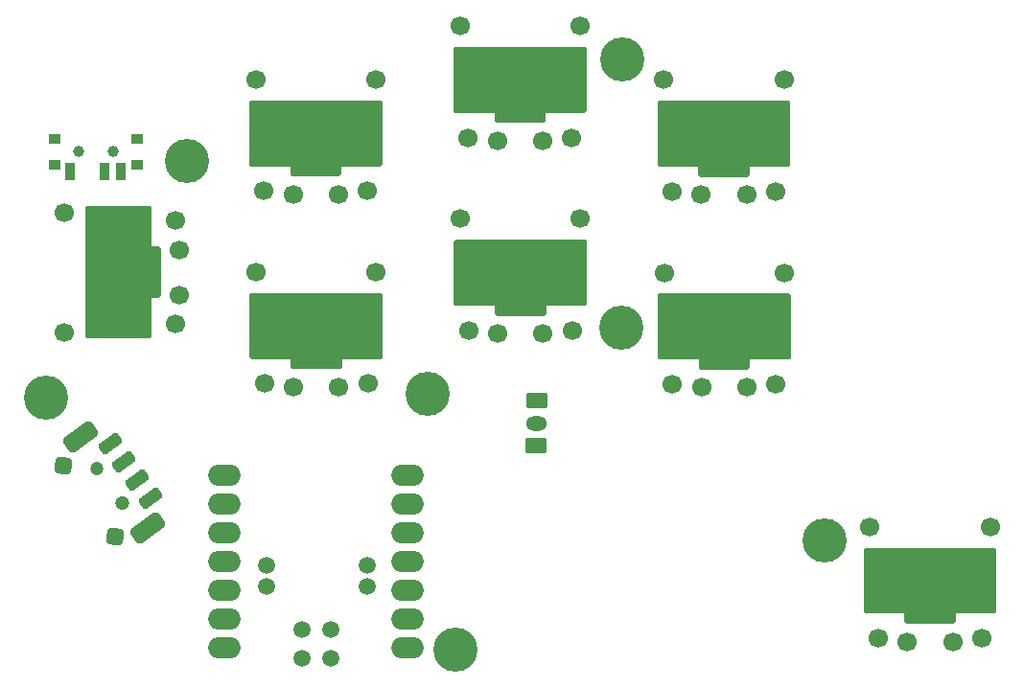
<source format=gbr>
%TF.GenerationSoftware,KiCad,Pcbnew,8.0.2*%
%TF.CreationDate,2024-07-03T21:28:43-05:00*%
%TF.ProjectId,bonsai-pg1232-Xiao-r3-rounded,626f6e73-6169-42d7-9067-313233322d58,v1*%
%TF.SameCoordinates,Original*%
%TF.FileFunction,Soldermask,Bot*%
%TF.FilePolarity,Negative*%
%FSLAX46Y46*%
G04 Gerber Fmt 4.6, Leading zero omitted, Abs format (unit mm)*
G04 Created by KiCad (PCBNEW 8.0.2) date 2024-07-03 21:28:43*
%MOMM*%
%LPD*%
G01*
G04 APERTURE LIST*
G04 Aperture macros list*
%AMRoundRect*
0 Rectangle with rounded corners*
0 $1 Rounding radius*
0 $2 $3 $4 $5 $6 $7 $8 $9 X,Y pos of 4 corners*
0 Add a 4 corners polygon primitive as box body*
4,1,4,$2,$3,$4,$5,$6,$7,$8,$9,$2,$3,0*
0 Add four circle primitives for the rounded corners*
1,1,$1+$1,$2,$3*
1,1,$1+$1,$4,$5*
1,1,$1+$1,$6,$7*
1,1,$1+$1,$8,$9*
0 Add four rect primitives between the rounded corners*
20,1,$1+$1,$2,$3,$4,$5,0*
20,1,$1+$1,$4,$5,$6,$7,0*
20,1,$1+$1,$6,$7,$8,$9,0*
20,1,$1+$1,$8,$9,$2,$3,0*%
G04 Aperture macros list end*
%ADD10O,0.300000X5.800000*%
%ADD11O,2.000000X5.800000*%
%ADD12O,0.300000X1.100000*%
%ADD13O,11.700000X0.300000*%
%ADD14O,11.700000X5.800000*%
%ADD15O,4.500000X1.000000*%
%ADD16O,4.500000X0.300000*%
%ADD17C,1.700000*%
%ADD18C,1.000000*%
%ADD19C,3.900000*%
%ADD20C,1.200000*%
%ADD21RoundRect,0.050000X-0.850000X0.600000X-0.850000X-0.600000X0.850000X-0.600000X0.850000X0.600000X0*%
%ADD22O,1.800000X1.300000*%
%ADD23C,1.497000*%
%ADD24O,5.800000X0.300000*%
%ADD25O,5.800000X2.000000*%
%ADD26O,1.100000X0.300000*%
%ADD27O,0.300000X11.700000*%
%ADD28O,5.800000X11.700000*%
%ADD29O,1.000000X4.500000*%
%ADD30O,0.300000X4.500000*%
%ADD31O,2.850000X1.900000*%
%ADD32RoundRect,0.050000X-0.500000X-0.400000X0.500000X-0.400000X0.500000X0.400000X-0.500000X0.400000X0*%
%ADD33RoundRect,0.050000X-0.350000X-0.750000X0.350000X-0.750000X0.350000X0.750000X-0.350000X0.750000X0*%
%ADD34RoundRect,0.050000X-0.349987X-0.750006X0.350013X-0.749994X0.349987X0.750006X-0.350013X0.749994X0*%
%ADD35RoundRect,0.275000X-0.786983X-0.238554X-0.460602X-0.681245X0.786983X0.238554X0.460602X0.681245X0*%
%ADD36RoundRect,0.400000X-1.162995X-0.360474X-0.688260X-1.004389X1.162995X0.360474X0.688260X1.004389X0*%
%ADD37RoundRect,0.375000X-0.426859X-0.314708X0.314708X-0.426859X0.426859X0.314708X-0.314708X0.426859X0*%
%ADD38RoundRect,0.050000X0.850000X-0.600000X0.850000X0.600000X-0.850000X0.600000X-0.850000X-0.600000X0*%
G04 APERTURE END LIST*
D10*
%TO.C,REF\u002A\u002A*%
X34866400Y-44389000D03*
D11*
X35716400Y-44389000D03*
D12*
X38466400Y-47639000D03*
D13*
X40566400Y-41639000D03*
D14*
X40566400Y-44389000D03*
D13*
X40566400Y-47139000D03*
D15*
X40566400Y-47689000D03*
D16*
X40566400Y-48039000D03*
D12*
X42666400Y-47639000D03*
D11*
X45416400Y-44389000D03*
D10*
X46266400Y-44389000D03*
D17*
X38566400Y-49789000D03*
X42566400Y-49789000D03*
X35986400Y-49489000D03*
X45146400Y-49489000D03*
X45866400Y-39639000D03*
X35266400Y-39639000D03*
%TD*%
D10*
%TO.C,REF\u002A\u002A*%
X70866400Y-27389000D03*
D11*
X71716400Y-27389000D03*
D12*
X74466400Y-30639000D03*
D13*
X76566400Y-24639000D03*
D14*
X76566400Y-27389000D03*
D13*
X76566400Y-30139000D03*
D15*
X76566400Y-30689000D03*
D16*
X76566400Y-31039000D03*
D12*
X78666400Y-30639000D03*
D11*
X81416400Y-27389000D03*
D10*
X82266400Y-27389000D03*
D17*
X74566400Y-32789000D03*
X78566400Y-32789000D03*
X71986400Y-32489000D03*
X81146400Y-32489000D03*
X81866400Y-22639000D03*
X71266400Y-22639000D03*
%TD*%
D18*
%TO.C,REF\u002A\u002A*%
X22600000Y-28994999D03*
X19600000Y-28995000D03*
%TD*%
D19*
%TO.C,REF\u002A\u002A*%
X67525000Y-44525000D03*
%TD*%
D10*
%TO.C,REF\u002A\u002A*%
X89066400Y-66889000D03*
D11*
X89916400Y-66889000D03*
D12*
X92666400Y-70139000D03*
D13*
X94766400Y-64139000D03*
D14*
X94766400Y-66889000D03*
D13*
X94766400Y-69639000D03*
D15*
X94766400Y-70189000D03*
D16*
X94766400Y-70539000D03*
D12*
X96866400Y-70139000D03*
D11*
X99616400Y-66889000D03*
D10*
X100466400Y-66889000D03*
D17*
X92766400Y-72289000D03*
X96766400Y-72289000D03*
X90186400Y-71989000D03*
X99346400Y-71989000D03*
X100066400Y-62139000D03*
X89466400Y-62139000D03*
%TD*%
D19*
%TO.C,REF\u002A\u002A*%
X85500000Y-63350000D03*
%TD*%
D20*
%TO.C,REF\u002A\u002A*%
X23421088Y-60026484D03*
X21166096Y-56967888D03*
%TD*%
D19*
%TO.C,REF\u002A\u002A*%
X52825000Y-72975000D03*
%TD*%
D10*
%TO.C,REF\u002A\u002A*%
X52900000Y-39675000D03*
D11*
X53750000Y-39675000D03*
D12*
X56500000Y-42925000D03*
D13*
X58600000Y-36925000D03*
D14*
X58600000Y-39675000D03*
D13*
X58600000Y-42425000D03*
D15*
X58600000Y-42975000D03*
D16*
X58600000Y-43325000D03*
D12*
X60700000Y-42925000D03*
D11*
X63450000Y-39675000D03*
D10*
X64300000Y-39675000D03*
D17*
X56600000Y-45075000D03*
X60600000Y-45075000D03*
X54020000Y-44775000D03*
X63180000Y-44775000D03*
X63900000Y-34925000D03*
X53300000Y-34925000D03*
%TD*%
D10*
%TO.C,REF\u002A\u002A*%
X34832800Y-27353000D03*
D11*
X35682800Y-27353000D03*
D12*
X38432800Y-30603000D03*
D13*
X40532800Y-24603000D03*
D14*
X40532800Y-27353000D03*
D13*
X40532800Y-30103000D03*
D15*
X40532800Y-30653000D03*
D16*
X40532800Y-31003000D03*
D12*
X42632800Y-30603000D03*
D11*
X45382800Y-27353000D03*
D10*
X46232800Y-27353000D03*
D17*
X38532800Y-32753000D03*
X42532800Y-32753000D03*
X35952800Y-32453000D03*
X45112800Y-32453000D03*
X45832800Y-22603000D03*
X35232800Y-22603000D03*
%TD*%
D19*
%TO.C,*%
X50450000Y-50400000D03*
%TD*%
D21*
%TO.C,REF\u002A\u002A*%
X60066400Y-50989000D03*
D22*
X60066400Y-52989000D03*
%TD*%
D19*
%TO.C,REF\u002A\u002A*%
X29150000Y-29825000D03*
%TD*%
%TO.C,REF\u002A\u002A*%
X67600000Y-20825000D03*
%TD*%
%TO.C,REF\u002A\u002A*%
X16750000Y-50750000D03*
%TD*%
D10*
%TO.C,REF\u002A\u002A*%
X52866400Y-22639000D03*
D11*
X53716400Y-22639000D03*
D12*
X56466400Y-25889000D03*
D13*
X58566400Y-19889000D03*
D14*
X58566400Y-22639000D03*
D13*
X58566400Y-25389000D03*
D15*
X58566400Y-25939000D03*
D16*
X58566400Y-26289000D03*
D12*
X60666400Y-25889000D03*
D11*
X63416400Y-22639000D03*
D10*
X64266400Y-22639000D03*
D17*
X56566400Y-28039000D03*
X60566400Y-28039000D03*
X53986400Y-27739000D03*
X63146400Y-27739000D03*
X63866400Y-17889000D03*
X53266400Y-17889000D03*
%TD*%
D10*
%TO.C,REF\u002A\u002A*%
X70900000Y-44425000D03*
D11*
X71750000Y-44425000D03*
D12*
X74500000Y-47675000D03*
D13*
X76600000Y-41675000D03*
D14*
X76600000Y-44425000D03*
D13*
X76600000Y-47175000D03*
D15*
X76600000Y-47725000D03*
D16*
X76600000Y-48075000D03*
D12*
X78700000Y-47675000D03*
D11*
X81450000Y-44425000D03*
D10*
X82300000Y-44425000D03*
D17*
X74600000Y-49825000D03*
X78600000Y-49825000D03*
X72020000Y-49525000D03*
X81180000Y-49525000D03*
X81900000Y-39675000D03*
X71300000Y-39675000D03*
%TD*%
D23*
%TO.C,U?*%
X45041440Y-65510000D03*
X36151440Y-65510000D03*
X45041440Y-67415000D03*
X36151440Y-67415000D03*
%TD*%
D24*
%TO.C,REF\u002A\u002A*%
X23066400Y-45339000D03*
D25*
X23066400Y-44489000D03*
D26*
X26316400Y-41739000D03*
D27*
X20316400Y-39639000D03*
D28*
X23066400Y-39639000D03*
D27*
X25816400Y-39639000D03*
D29*
X26366400Y-39639000D03*
D30*
X26716400Y-39639000D03*
D26*
X26316400Y-37539000D03*
D25*
X23066400Y-34789000D03*
D24*
X23066400Y-33939000D03*
D17*
X28466400Y-41639000D03*
X28466400Y-37639000D03*
X28166400Y-44219000D03*
X28166400Y-35059000D03*
X18316400Y-34339000D03*
X18316400Y-44939000D03*
%TD*%
D31*
%TO.C,U?*%
X32471440Y-72809000D03*
X32471440Y-70269000D03*
X32471440Y-67729000D03*
X32471440Y-65189000D03*
X32471440Y-62649000D03*
X32471440Y-60109000D03*
X32471440Y-57569000D03*
X48661360Y-57569000D03*
X48661360Y-60109000D03*
X48661360Y-62649000D03*
X48661360Y-65189000D03*
X48661360Y-67729000D03*
X48661360Y-70269000D03*
X48661360Y-72809000D03*
D23*
X39296400Y-73761000D03*
X41836400Y-73761000D03*
X39296400Y-71221000D03*
X41836400Y-71221000D03*
%TD*%
D32*
%TO.C,REF\u002A\u002A*%
X17450001Y-27895000D03*
X17450001Y-30105000D03*
D18*
X19599999Y-28995001D03*
X22600000Y-28995000D03*
D32*
X24750000Y-30105001D03*
X24750001Y-27895000D03*
D33*
X18850001Y-30755000D03*
D34*
X21850002Y-30755001D03*
D33*
X23350001Y-30755000D03*
%TD*%
D20*
%TO.C,REF\u002A\u002A*%
X21200000Y-57000000D03*
X23454992Y-60058598D03*
D35*
X22398491Y-54749752D03*
X25959009Y-59579119D03*
X23585337Y-56359546D03*
D36*
X19762848Y-54208118D03*
D37*
X18202149Y-56725406D03*
X22830814Y-63003576D03*
D36*
X25697036Y-62257055D03*
D35*
X24772170Y-57969327D03*
%TD*%
D38*
%TO.C,REF\u002A\u002A*%
X60016400Y-54989000D03*
D22*
X60016400Y-52989000D03*
%TD*%
M02*

</source>
